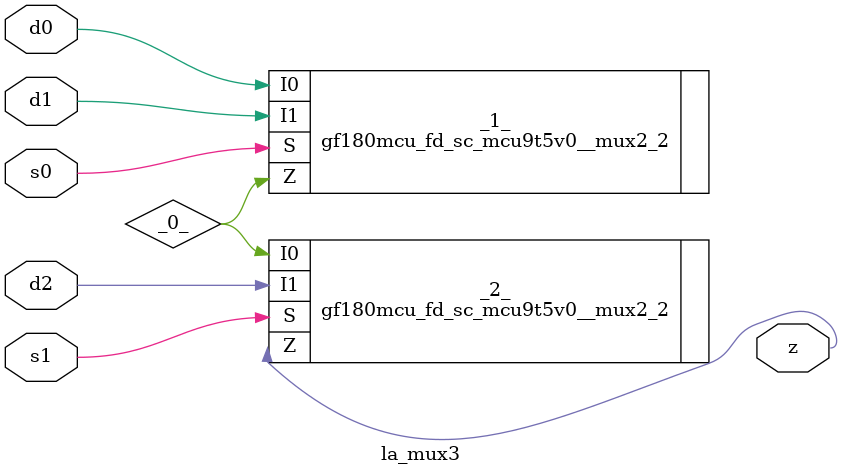
<source format=v>

/* Generated by Yosys 0.44 (git sha1 80ba43d26, g++ 11.4.0-1ubuntu1~22.04 -fPIC -O3) */

(* top =  1  *)
(* src = "generated" *)
(* keep_hierarchy *)
module la_mux3 (
    d0,
    d1,
    d2,
    s0,
    s1,
    z
);
  wire _0_;
  (* src = "generated" *)
  input d0;
  wire d0;
  (* src = "generated" *)
  input d1;
  wire d1;
  (* src = "generated" *)
  input d2;
  wire d2;
  (* src = "generated" *)
  input s0;
  wire s0;
  (* src = "generated" *)
  input s1;
  wire s1;
  (* src = "generated" *)
  output z;
  wire z;
  gf180mcu_fd_sc_mcu9t5v0__mux2_2 _1_ (
      .I0(d0),
      .I1(d1),
      .S (s0),
      .Z (_0_)
  );
  gf180mcu_fd_sc_mcu9t5v0__mux2_2 _2_ (
      .I0(_0_),
      .I1(d2),
      .S (s1),
      .Z (z)
  );
endmodule

</source>
